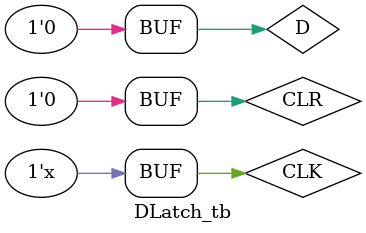
<source format=v>
`timescale 1ns / 1ps


module DLatch (CLK, D, CLR, Q);
    input CLK, D, CLR;
    output Q;
    reg Q;
    
    always @(CLR, CLK, D)
    begin
        if (~CLR)
            Q <= 0;
        else if (~CLK)
            Q <= D;
    end
endmodule 

module DLatch_tb;
wire Q;
reg D, CLK, CLR;

DLatch dut(CLK, D, CLR, Q);

always
begin
#5 CLK <= ~CLK;
end

initial begin
CLK = 0;
D = 0;
CLR = 1;
D = 1'b0; CLR = 1'b1;
#10;
D = 1'b1; CLR = 1'b1;
#12;
D = 1'b1; CLR = 1'b1;
#6;
D = 1'b0; CLR = 1'b1;
#4;
D = 1'b1; CLR = 1'b1;
#4;
D = 1'b1; CLR = 1'b1;
#10;
D = 1'b0; CLR = 1'b1;
#10;
D = 1'b1; CLR = 1'b0;
#10;
D = 1'b0; CLR = 1'b0;
#10;


end
endmodule


</source>
